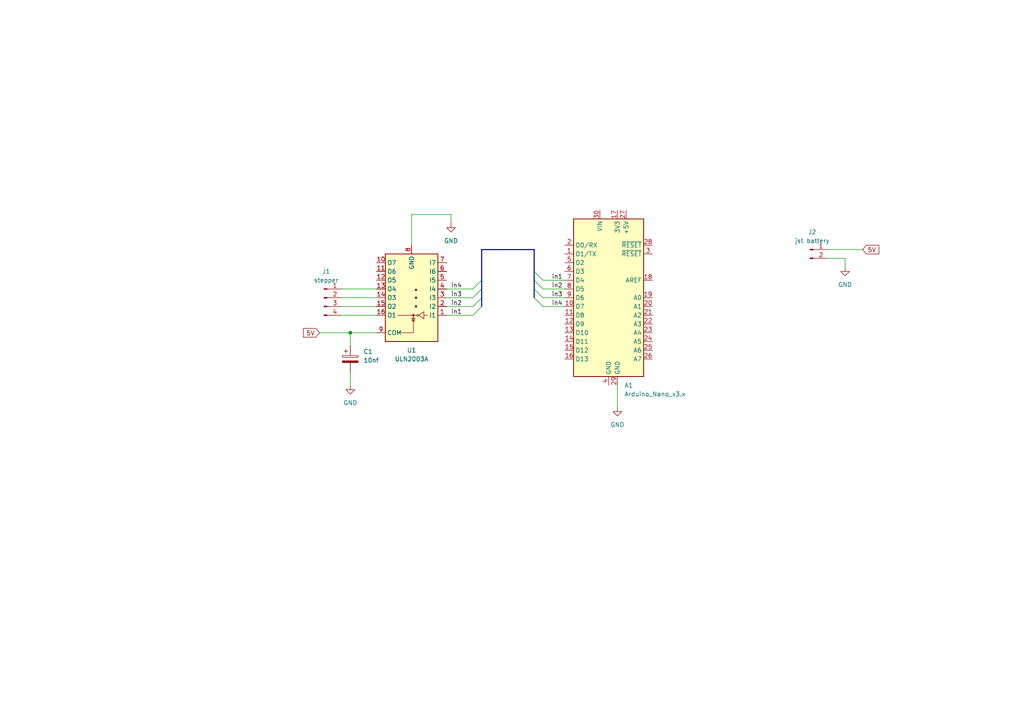
<source format=kicad_sch>
(kicad_sch (version 20211123) (generator eeschema)
  (paper "A4")
  (lib_symbols
    (symbol "Connector:Conn_01x02_Male" (pin_names (offset 1.016) hide)
      (property "Reference" "J" (at 0 2.54 0))
      (property "Value" "Conn_01x02_Male" (at 0 -5.08 0))
      (symbol "Conn_01x02_Male_1_1"
        (polyline (pts (xy 1.27 -2.54) (xy 0.8636 -2.54)) (stroke (width 0.1524)))
        (polyline (pts (xy 1.27 0) (xy 0.8636 0)) (stroke (width 0.1524)))
        (rectangle (start 0.8636 -2.413) (end 0 -2.667) (stroke (width 0.1524)) (fill (type outline)))
        (rectangle (start 0.8636 0.127) (end 0 -0.127) (stroke (width 0.1524)) (fill (type outline)))
        (pin passive line (at 5.08 0 180) (length 3.81) (name "Pin_1") (number "1"))
        (pin passive line (at 5.08 -2.54 180) (length 3.81) (name "Pin_2") (number "2"))
      )
    )
    (symbol "Connector:Conn_01x04_Male" (pin_names (offset 1.016) hide)
      (property "Reference" "J" (at 0 5.08 0))
      (property "Value" "Conn_01x04_Male" (at 0 -7.62 0))
      (symbol "Conn_01x04_Male_1_1"
        (polyline (pts (xy 1.27 -5.08) (xy 0.8636 -5.08)) (stroke (width 0.1524)))
        (polyline (pts (xy 1.27 -2.54) (xy 0.8636 -2.54)) (stroke (width 0.1524)))
        (polyline (pts (xy 1.27 0) (xy 0.8636 0)) (stroke (width 0.1524)))
        (polyline (pts (xy 1.27 2.54) (xy 0.8636 2.54)) (stroke (width 0.1524)))
        (rectangle (start 0.8636 -4.953) (end 0 -5.207) (stroke (width 0.1524)) (fill (type outline)))
        (rectangle (start 0.8636 -2.413) (end 0 -2.667) (stroke (width 0.1524)) (fill (type outline)))
        (rectangle (start 0.8636 0.127) (end 0 -0.127) (stroke (width 0.1524)) (fill (type outline)))
        (rectangle (start 0.8636 2.667) (end 0 2.413) (stroke (width 0.1524)) (fill (type outline)))
        (pin passive line (at 5.08 2.54 180) (length 3.81) (name "Pin_1") (number "1"))
        (pin passive line (at 5.08 0 180) (length 3.81) (name "Pin_2") (number "2"))
        (pin passive line (at 5.08 -2.54 180) (length 3.81) (name "Pin_3") (number "3"))
        (pin passive line (at 5.08 -5.08 180) (length 3.81) (name "Pin_4") (number "4"))
      )
    )
    (symbol "Device:C_Polarized" (pin_numbers hide) (pin_names (offset 0.254))
      (property "Reference" "C" (at 0.635 2.54 0))
      (property "Value" "C_Polarized" (at 0.635 -2.54 0))
      (symbol "C_Polarized_0_1"
        (rectangle (start -2.286 0.508) (end 2.286 1.016))
        (polyline (pts (xy -1.778 2.286) (xy -0.762 2.286)))
        (polyline (pts (xy -1.27 2.794) (xy -1.27 1.778)))
        (rectangle (start 2.286 -0.508) (end -2.286 -1.016) (fill (type outline)))
      )
      (symbol "C_Polarized_1_1"
        (pin passive line (at 0 3.81 270) (length 2.794) (name "~") (number "1"))
        (pin passive line (at 0 -3.81 90) (length 2.794) (name "~") (number "2"))
      )
    )
    (symbol "MCU_Module:Arduino_Nano_v3.x"
      (property "Reference" "A" (at -10.16 23.495 0))
      (property "Value" "Arduino_Nano_v3.x" (at 5.08 -24.13 0))
      (symbol "Arduino_Nano_v3.x_0_1"
        (rectangle (start -10.16 22.86) (end 10.16 -22.86) (stroke (width 0.254)) (fill (type background)))
      )
      (symbol "Arduino_Nano_v3.x_1_1"
        (pin bidirectional line (at -12.7 12.7 0) (length 2.54) (name "D1/TX") (number "1"))
        (pin bidirectional line (at -12.7 -2.54 0) (length 2.54) (name "D7") (number "10"))
        (pin bidirectional line (at -12.7 -5.08 0) (length 2.54) (name "D8") (number "11"))
        (pin bidirectional line (at -12.7 -7.62 0) (length 2.54) (name "D9") (number "12"))
        (pin bidirectional line (at -12.7 -10.16 0) (length 2.54) (name "D10") (number "13"))
        (pin bidirectional line (at -12.7 -12.7 0) (length 2.54) (name "D11") (number "14"))
        (pin bidirectional line (at -12.7 -15.24 0) (length 2.54) (name "D12") (number "15"))
        (pin bidirectional line (at -12.7 -17.78 0) (length 2.54) (name "D13") (number "16"))
        (pin power_out line (at 2.54 25.4 270) (length 2.54) (name "3V3") (number "17"))
        (pin input line (at 12.7 5.08 180) (length 2.54) (name "AREF") (number "18"))
        (pin bidirectional line (at 12.7 0 180) (length 2.54) (name "A0") (number "19"))
        (pin bidirectional line (at -12.7 15.24 0) (length 2.54) (name "D0/RX") (number "2"))
        (pin bidirectional line (at 12.7 -2.54 180) (length 2.54) (name "A1") (number "20"))
        (pin bidirectional line (at 12.7 -5.08 180) (length 2.54) (name "A2") (number "21"))
        (pin bidirectional line (at 12.7 -7.62 180) (length 2.54) (name "A3") (number "22"))
        (pin bidirectional line (at 12.7 -10.16 180) (length 2.54) (name "A4") (number "23"))
        (pin bidirectional line (at 12.7 -12.7 180) (length 2.54) (name "A5") (number "24"))
        (pin bidirectional line (at 12.7 -15.24 180) (length 2.54) (name "A6") (number "25"))
        (pin bidirectional line (at 12.7 -17.78 180) (length 2.54) (name "A7") (number "26"))
        (pin power_out line (at 5.08 25.4 270) (length 2.54) (name "+5V") (number "27"))
        (pin input line (at 12.7 15.24 180) (length 2.54) (name "~{RESET}") (number "28"))
        (pin power_in line (at 2.54 -25.4 90) (length 2.54) (name "GND") (number "29"))
        (pin input line (at 12.7 12.7 180) (length 2.54) (name "~{RESET}") (number "3"))
        (pin power_in line (at -2.54 25.4 270) (length 2.54) (name "VIN") (number "30"))
        (pin power_in line (at 0 -25.4 90) (length 2.54) (name "GND") (number "4"))
        (pin bidirectional line (at -12.7 10.16 0) (length 2.54) (name "D2") (number "5"))
        (pin bidirectional line (at -12.7 7.62 0) (length 2.54) (name "D3") (number "6"))
        (pin bidirectional line (at -12.7 5.08 0) (length 2.54) (name "D4") (number "7"))
        (pin bidirectional line (at -12.7 2.54 0) (length 2.54) (name "D5") (number "8"))
        (pin bidirectional line (at -12.7 0 0) (length 2.54) (name "D6") (number "9"))
      )
    )
    (symbol "Transistor_Array:ULN2003A"
      (property "Reference" "U" (at 0 15.875 0))
      (property "Value" "ULN2003A" (at 0 13.97 0))
      (symbol "ULN2003A_0_1"
        (rectangle (start -7.62 -12.7) (end 7.62 12.7) (stroke (width 0.254)) (fill (type background)))
        (circle (center -1.778 5.08) (radius 0.254))
        (circle (center -1.27 -2.286) (radius 0.254) (fill (type outline)))
        (circle (center -1.27 0) (radius 0.254) (fill (type outline)))
        (circle (center -1.27 2.54) (radius 0.254) (fill (type outline)))
        (circle (center -0.508 5.08) (radius 0.254) (fill (type outline)))
        (polyline (pts (xy -4.572 5.08) (xy -3.556 5.08)))
        (polyline (pts (xy -1.524 5.08) (xy 4.064 5.08)))
        (polyline (pts (xy 0 6.731) (xy -1.016 6.731)))
        (polyline (pts (xy -0.508 5.08) (xy -0.508 10.16) (xy 2.921 10.16)))
        (polyline (pts (xy -3.556 6.096) (xy -3.556 4.064) (xy -2.032 5.08) (xy -3.556 6.096)))
        (polyline (pts (xy 0 5.969) (xy -1.016 5.969) (xy -0.508 6.731) (xy 0 5.969)))
      )
      (symbol "ULN2003A_1_1"
        (pin input line (at -10.16 5.08 0) (length 2.54) (name "I1") (number "1"))
        (pin open_collector line (at 10.16 -10.16 180) (length 2.54) (name "O7") (number "10"))
        (pin open_collector line (at 10.16 -7.62 180) (length 2.54) (name "O6") (number "11"))
        (pin open_collector line (at 10.16 -5.08 180) (length 2.54) (name "O5") (number "12"))
        (pin open_collector line (at 10.16 -2.54 180) (length 2.54) (name "O4") (number "13"))
        (pin open_collector line (at 10.16 0 180) (length 2.54) (name "O3") (number "14"))
        (pin open_collector line (at 10.16 2.54 180) (length 2.54) (name "O2") (number "15"))
        (pin open_collector line (at 10.16 5.08 180) (length 2.54) (name "O1") (number "16"))
        (pin input line (at -10.16 2.54 0) (length 2.54) (name "I2") (number "2"))
        (pin input line (at -10.16 0 0) (length 2.54) (name "I3") (number "3"))
        (pin input line (at -10.16 -2.54 0) (length 2.54) (name "I4") (number "4"))
        (pin input line (at -10.16 -5.08 0) (length 2.54) (name "I5") (number "5"))
        (pin input line (at -10.16 -7.62 0) (length 2.54) (name "I6") (number "6"))
        (pin input line (at -10.16 -10.16 0) (length 2.54) (name "I7") (number "7"))
        (pin power_in line (at 0 -15.24 90) (length 2.54) (name "GND") (number "8"))
        (pin passive line (at 10.16 10.16 180) (length 2.54) (name "COM") (number "9"))
      )
    )
    (symbol "power:GND" (power) (pin_names (offset 0))
      (property "Value" "GND" (at 0 -3.81 0))
      (symbol "GND_0_1"
        (polyline (pts (xy 0 0) (xy 0 -1.27) (xy 1.27 -1.27) (xy 0 -2.54) (xy -1.27 -1.27) (xy 0 -1.27)))
      )
      (symbol "GND_1_1"
        (pin power_in line (at 0 0 270) (length 0) hide (name "GND") (number "1"))
      )
    )
  )
  (junction (at 101.6 96.52))
  (bus_entry (at 157.48 88.9) (size -2.54 -2.54))
  (bus_entry (at 157.48 86.36) (size -2.54 -2.54))
  (bus_entry (at 157.48 81.28) (size -2.54 -2.54))
  (bus_entry (at 157.48 83.82) (size -2.54 -2.54))
  (bus_entry (at 137.16 88.9) (size 2.54 -2.54))
  (bus_entry (at 137.16 86.36) (size 2.54 -2.54))
  (bus_entry (at 137.16 91.44) (size 2.54 -2.54))
  (bus_entry (at 137.16 83.82) (size 2.54 -2.54))
  (wire (pts (xy 129.54 86.36) (xy 137.16 86.36)))
  (wire (pts (xy 119.38 62.23) (xy 130.81 62.23)))
  (bus (pts (xy 139.7 86.36) (xy 139.7 83.82)))
  (wire (pts (xy 101.6 107.95) (xy 101.6 111.76)))
  (wire (pts (xy 99.06 88.9) (xy 109.22 88.9)))
  (bus (pts (xy 154.94 83.82) (xy 154.94 86.36)))
  (wire (pts (xy 179.07 111.76) (xy 179.07 118.11)))
  (wire (pts (xy 245.11 77.47) (xy 245.11 74.93)))
  (wire (pts (xy 240.03 74.93) (xy 245.11 74.93)))
  (wire (pts (xy 157.48 81.28) (xy 163.83 81.28)))
  (wire (pts (xy 157.48 86.36) (xy 163.83 86.36)))
  (bus (pts (xy 154.94 78.74) (xy 154.94 81.28)))
  (wire (pts (xy 240.03 72.39) (xy 250.19 72.39)))
  (wire (pts (xy 157.48 83.82) (xy 163.83 83.82)))
  (bus (pts (xy 154.94 72.39) (xy 139.7 72.39)))
  (wire (pts (xy 101.6 96.52) (xy 101.6 100.33)))
  (wire (pts (xy 129.54 88.9) (xy 137.16 88.9)))
  (wire (pts (xy 129.54 83.82) (xy 137.16 83.82)))
  (wire (pts (xy 92.71 96.52) (xy 101.6 96.52)))
  (wire (pts (xy 99.06 91.44) (xy 109.22 91.44)))
  (bus (pts (xy 139.7 83.82) (xy 139.7 81.28)))
  (wire (pts (xy 101.6 96.52) (xy 109.22 96.52)))
  (wire (pts (xy 130.81 62.23) (xy 130.81 64.77)))
  (bus (pts (xy 154.94 72.39) (xy 154.94 78.74)))
  (wire (pts (xy 129.54 91.44) (xy 137.16 91.44)))
  (bus (pts (xy 154.94 81.28) (xy 154.94 83.82)))
  (wire (pts (xy 99.06 86.36) (xy 109.22 86.36)))
  (bus (pts (xy 139.7 88.9) (xy 139.7 86.36)))
  (bus (pts (xy 139.7 72.39) (xy 139.7 81.28)))
  (wire (pts (xy 119.38 71.12) (xy 119.38 62.23)))
  (wire (pts (xy 99.06 83.82) (xy 109.22 83.82)))
  (wire (pts (xy 157.48 88.9) (xy 163.83 88.9)))
  (label "in1" (at 130.81 91.44 0))
  (label "in4" (at 130.81 83.82 0))
  (label "in2" (at 130.81 88.9 0))
  (label "in3" (at 130.81 86.36 0))
  (label "in4" (at 160.02 88.9 0))
  (label "in3" (at 160.02 86.36 0))
  (label "in2" (at 160.02 83.82 0))
  (label "in1" (at 160.02 81.28 0))
  (global_label "5V" (shape input) (at 92.71 96.52 180) (property "Referencias entre hojas" "${INTERSHEET_REFS}" (effects hide)))
  (global_label "5V" (shape input) (at 250.19 72.39 0) (property "Referencias entre hojas" "${INTERSHEET_REFS}" (effects hide)))
  (symbol (lib_id "power:GND") (at 179.07 118.11 0) (unit 1)
    (property "Reference" "#PWR0104" (effects hide))
    (property "Value" "GND" (at 179.07 123.19 0))
  )
  (symbol (lib_id "power:GND") (at 101.6 111.76 0) (unit 1)
    (property "Reference" "#PWR0102" (effects hide))
    (property "Value" "GND" (at 101.6 116.84 0))
  )
  (symbol (lib_id "Connector:Conn_01x04_Male") (at 93.98 86.36 0) (unit 1)
    (property "Reference" "J1" (at 94.615 78.74 0))
    (property "Value" "stepper" (at 94.615 81.28 0))
    (property "Footprint" "Connector_JST:JST_XH_S4B-XH-A_1x04_P2.50mm_Horizontal" (effects hide))
  )
  (symbol (lib_id "Connector:Conn_01x02_Male") (at 234.95 72.39 0) (unit 1)
    (property "Reference" "J2" (at 235.585 67.31 0))
    (property "Value" "jst battery" (at 235.585 69.85 0))
    (property "Footprint" "Connector_JST:JST_XH_S2B-XH-A_1x02_P2.50mm_Horizontal" (effects hide))
  )
  (symbol (lib_id "power:GND") (at 130.81 64.77 0) (unit 1)
    (property "Reference" "#PWR0101" (effects hide))
    (property "Value" "GND" (at 130.81 69.85 0))
  )
  (symbol (lib_id "power:GND") (at 245.11 77.47 0) (unit 1)
    (property "Reference" "#PWR0103" (effects hide))
    (property "Value" "GND" (at 245.11 82.55 0))
  )
  (symbol (lib_id "MCU_Module:Arduino_Nano_v3.x") (at 176.53 86.36 0) (unit 1)
    (property "Reference" "A1" (at 181.0894 111.76 0) (effects (justify left)))
    (property "Value" "Arduino_Nano_v3.x" (at 181.0894 114.3 0) (effects (justify left)))
    (property "Footprint" "Module:Arduino_Nano" (effects hide))
    (property "Datasheet" "http://www.mouser.com/pdfdocs/Gravitech_Arduino_Nano3_0.pdf" (effects hide))
  )
  (symbol (lib_id "Transistor_Array:ULN2003A") (at 119.38 86.36 180) (unit 1)
    (property "Reference" "U1" (at 119.38 101.6 0))
    (property "Value" "ULN2003A" (at 119.38 104.14 0))
    (property "Footprint" "Package_DIP:DIP-16_W7.62mm" (effects hide))
    (property "Datasheet" "http://www.ti.com/lit/ds/symlink/uln2003a.pdf" (effects hide))
  )
  (symbol (lib_id "Device:C_Polarized") (at 101.6 104.14 0) (unit 1)
    (property "Reference" "C1" (at 105.41 101.9809 0) (effects (justify left)))
    (property "Value" "10nf" (at 105.41 104.5209 0) (effects (justify left)))
    (property "Footprint" "Capacitor_SMD:C_1206_3216Metric" (effects hide))
  )
)
</source>
